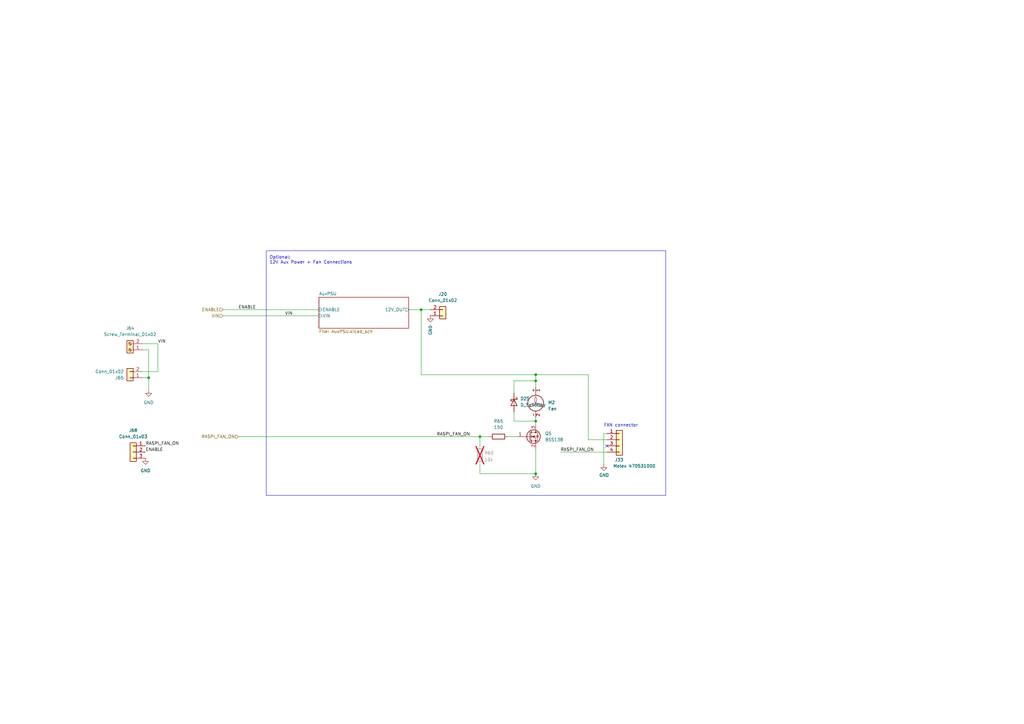
<source format=kicad_sch>
(kicad_sch (version 20231120) (generator "eeschema") (generator_version "8.0")
  (paper "A3")
  (lib_symbols
    (symbol "Connector:Screw_Terminal_01x02" (pin_names (offset 1.016) hide)
      (property "Reference" "J" (at 0 2.54 0))
      (property "Value" "Screw_Terminal_01x02" (at 0 -5.08 0))
      (symbol "Screw_Terminal_01x02_1_1"
        (rectangle (start -1.27 1.27) (end 1.27 -3.81) (stroke (width 0.254)) (fill (type background)))
        (circle (center 0 -2.54) (radius 0.635) (stroke (width 0.1524)))
        (polyline (pts (xy -0.5334 -2.2098) (xy 0.3302 -3.048)) (stroke (width 0.1524)))
        (polyline (pts (xy -0.5334 0.3302) (xy 0.3302 -0.508)) (stroke (width 0.1524)))
        (polyline (pts (xy -0.3556 -2.032) (xy 0.508 -2.8702)) (stroke (width 0.1524)))
        (polyline (pts (xy -0.3556 0.508) (xy 0.508 -0.3302)) (stroke (width 0.1524)))
        (circle (center 0 0) (radius 0.635) (stroke (width 0.1524)))
        (pin passive line (at -5.08 0 0) (length 3.81) (name "Pin_1") (number "1"))
        (pin passive line (at -5.08 -2.54 0) (length 3.81) (name "Pin_2") (number "2"))
      )
    )
    (symbol "Connector_Generic:Conn_01x02" (pin_names (offset 1.016) hide)
      (property "Reference" "J" (at 0 2.54 0))
      (property "Value" "Conn_01x02" (at 0 -5.08 0))
      (symbol "Conn_01x02_1_1"
        (rectangle (start -1.27 -2.413) (end 0 -2.667) (stroke (width 0.1524)))
        (rectangle (start -1.27 0.127) (end 0 -0.127) (stroke (width 0.1524)))
        (rectangle (start -1.27 1.27) (end 1.27 -3.81) (stroke (width 0.254)) (fill (type background)))
        (pin passive line (at -5.08 0 0) (length 3.81) (name "Pin_1") (number "1"))
        (pin passive line (at -5.08 -2.54 0) (length 3.81) (name "Pin_2") (number "2"))
      )
    )
    (symbol "Connector_Generic:Conn_01x03" (pin_names (offset 1.016) hide)
      (property "Reference" "J" (at 0 5.08 0))
      (property "Value" "Conn_01x03" (at 0 -5.08 0))
      (symbol "Conn_01x03_1_1"
        (rectangle (start -1.27 -2.413) (end 0 -2.667) (stroke (width 0.1524)))
        (rectangle (start -1.27 0.127) (end 0 -0.127) (stroke (width 0.1524)))
        (rectangle (start -1.27 2.667) (end 0 2.413) (stroke (width 0.1524)))
        (rectangle (start -1.27 3.81) (end 1.27 -3.81) (stroke (width 0.254)) (fill (type background)))
        (pin passive line (at -5.08 2.54 0) (length 3.81) (name "Pin_1") (number "1"))
        (pin passive line (at -5.08 0 0) (length 3.81) (name "Pin_2") (number "2"))
        (pin passive line (at -5.08 -2.54 0) (length 3.81) (name "Pin_3") (number "3"))
      )
    )
    (symbol "Connector_Generic:Conn_01x04" (pin_names hide)
      (property "Reference" "J" (at 0 5.08 0))
      (property "Value" "Conn_01x04" (at 0 -7.62 0))
      (symbol "Conn_01x04_1_1"
        (rectangle (start -1.27 -4.953) (end 0 -5.207))
        (rectangle (start -1.27 -2.413) (end 0 -2.667))
        (rectangle (start -1.27 0.127) (end 0 -0.127))
        (rectangle (start -1.27 2.667) (end 0 2.413))
        (rectangle (start -1.27 3.81) (end 1.27 -6.35) (stroke (width 0.254)) (fill (type background)))
        (pin passive line (at -5.08 2.54 0) (length 3.81) (name "Pin_1") (number "1"))
        (pin passive line (at -5.08 0 0) (length 3.81) (name "Pin_2") (number "2"))
        (pin passive line (at -5.08 -2.54 0) (length 3.81) (name "Pin_3") (number "3"))
        (pin passive line (at -5.08 -5.08 0) (length 3.81) (name "Pin_4") (number "4"))
      )
    )
    (symbol "Device:D_Schottky" (pin_numbers hide) (pin_names (offset 1.016) hide)
      (property "Reference" "D" (at 0 2.54 0))
      (property "Value" "D_Schottky" (at 0 -2.54 0))
      (symbol "D_Schottky_0_1"
        (polyline (pts (xy 1.27 0) (xy -1.27 0)))
        (polyline (pts (xy 1.27 1.27) (xy 1.27 -1.27) (xy -1.27 0) (xy 1.27 1.27)) (stroke (width 0.254)))
        (polyline (pts (xy -1.905 0.635) (xy -1.905 1.27) (xy -1.27 1.27) (xy -1.27 -1.27) (xy -0.635 -1.27) (xy -0.635 -0.635)) (stroke (width 0.254)))
      )
      (symbol "D_Schottky_1_1"
        (pin passive line (at -3.81 0 0) (length 2.54) (name "K") (number "1"))
        (pin passive line (at 3.81 0 180) (length 2.54) (name "A") (number "2"))
      )
    )
    (symbol "Device:R" (pin_numbers hide) (pin_names (offset 0))
      (property "Reference" "R" (at 2.032 0 90))
      (property "Value" "R" (at 0 0 90))
      (symbol "R_0_1"
        (rectangle (start -1.016 -2.54) (end 1.016 2.54) (stroke (width 0.254)))
      )
      (symbol "R_1_1"
        (pin passive line (at 0 3.81 270) (length 1.27) (name "~") (number "1"))
        (pin passive line (at 0 -3.81 90) (length 1.27) (name "~") (number "2"))
      )
    )
    (symbol "Motor:Fan" (pin_names (offset 0))
      (property "Reference" "M" (at 2.54 5.08 0))
      (property "Value" "Fan" (at 2.54 -2.54 0))
      (symbol "Fan_0_1"
        (arc (start -2.54 -0.508) (mid -0.0014 0.9048) (end 0 3.81))
        (polyline (pts (xy 0 -5.08) (xy 0 -4.572)))
        (polyline (pts (xy 0 -2.2352) (xy 0 -2.6416)))
        (polyline (pts (xy 0 4.2672) (xy 0 4.6228)))
        (polyline (pts (xy 0 4.572) (xy 0 5.08)))
        (circle (center 0 1.016) (radius 3.2512) (stroke (width 0.254)))
        (arc (start 0 3.81) (mid 0.0468 0.9315) (end 2.54 -0.508))
        (arc (start 2.54 -0.508) (mid 0 1.0618) (end -2.54 -0.508))
      )
      (symbol "Fan_1_1"
        (pin passive line (at 0 7.62 270) (length 2.54) (name "+") (number "1"))
        (pin passive line (at 0 -5.08 90) (length 2.54) (name "-") (number "2"))
      )
    )
    (symbol "Transistor_FET:BSS138" (pin_names hide)
      (property "Reference" "Q" (at 5.08 1.905 0))
      (property "Value" "BSS138" (at 5.08 0 0))
      (symbol "BSS138_0_1"
        (polyline (pts (xy 0.254 0) (xy -2.54 0)))
        (polyline (pts (xy 0.254 1.905) (xy 0.254 -1.905)) (stroke (width 0.254)))
        (polyline (pts (xy 0.762 -1.27) (xy 0.762 -2.286)) (stroke (width 0.254)))
        (polyline (pts (xy 0.762 0.508) (xy 0.762 -0.508)) (stroke (width 0.254)))
        (polyline (pts (xy 0.762 2.286) (xy 0.762 1.27)) (stroke (width 0.254)))
        (polyline (pts (xy 2.54 2.54) (xy 2.54 1.778)))
        (polyline (pts (xy 2.54 -2.54) (xy 2.54 0) (xy 0.762 0)))
        (polyline (pts (xy 0.762 -1.778) (xy 3.302 -1.778) (xy 3.302 1.778) (xy 0.762 1.778)))
        (polyline (pts (xy 1.016 0) (xy 2.032 0.381) (xy 2.032 -0.381) (xy 1.016 0)) (fill (type outline)))
        (polyline (pts (xy 2.794 0.508) (xy 2.921 0.381) (xy 3.683 0.381) (xy 3.81 0.254)))
        (polyline (pts (xy 3.302 0.381) (xy 2.921 -0.254) (xy 3.683 -0.254) (xy 3.302 0.381)))
        (circle (center 1.651 0) (radius 2.794) (stroke (width 0.254)))
        (circle (center 2.54 -1.778) (radius 0.254) (fill (type outline)))
        (circle (center 2.54 1.778) (radius 0.254) (fill (type outline)))
      )
      (symbol "BSS138_1_1"
        (pin input line (at -5.08 0 0) (length 2.54) (name "G") (number "1"))
        (pin passive line (at 2.54 -5.08 90) (length 2.54) (name "S") (number "2"))
        (pin passive line (at 2.54 5.08 270) (length 2.54) (name "D") (number "3"))
      )
    )
    (symbol "power:GND" (power) (pin_numbers hide) (pin_names (offset 0) hide)
      (property "Value" "GND" (at 0 -3.81 0))
      (symbol "GND_0_1"
        (polyline (pts (xy 0 0) (xy 0 -1.27) (xy 1.27 -1.27) (xy 0 -2.54) (xy -1.27 -1.27) (xy 0 -1.27)))
      )
      (symbol "GND_1_1"
        (pin power_in line (at 0 0 270) (length 0) (name "~") (number "1"))
      )
    )
  )
  (junction (at 196.85 179.07))
  (junction (at 172.72 127))
  (junction (at 219.71 153.67))
  (junction (at 60.96 154.94))
  (junction (at 219.71 156.21))
  (junction (at 219.71 194.31))
  (junction (at 219.71 172.72))
  (no_connect (at 248.92 182.88))
  (wire (pts (xy 196.85 190.5) (xy 196.85 194.31)))
  (wire (pts (xy 229.87 185.42) (xy 248.92 185.42)))
  (wire (pts (xy 248.92 180.34) (xy 241.3 180.34)))
  (wire (pts (xy 241.3 153.67) (xy 241.3 180.34)))
  (wire (pts (xy 219.71 153.67) (xy 241.3 153.67)))
  (wire (pts (xy 248.92 177.8) (xy 247.65 177.8)))
  (wire (pts (xy 172.72 127) (xy 176.53 127)))
  (wire (pts (xy 64.77 140.97) (xy 64.77 152.4)))
  (wire (pts (xy 97.79 179.07) (xy 196.85 179.07)))
  (wire (pts (xy 219.71 156.21) (xy 219.71 158.75)))
  (wire (pts (xy 58.42 154.94) (xy 60.96 154.94)))
  (wire (pts (xy 219.71 172.72) (xy 219.71 173.99)))
  (wire (pts (xy 210.82 168.91) (xy 210.82 172.72)))
  (wire (pts (xy 167.64 127) (xy 172.72 127)))
  (wire (pts (xy 210.82 161.29) (xy 210.82 156.21)))
  (wire (pts (xy 219.71 153.67) (xy 172.72 153.67)))
  (wire (pts (xy 208.28 179.07) (xy 212.09 179.07)))
  (wire (pts (xy 219.71 194.31) (xy 219.71 184.15)))
  (wire (pts (xy 172.72 153.67) (xy 172.72 127)))
  (wire (pts (xy 219.71 171.45) (xy 219.71 172.72)))
  (wire (pts (xy 64.77 152.4) (xy 58.42 152.4)))
  (wire (pts (xy 60.96 154.94) (xy 60.96 160.02)))
  (wire (pts (xy 91.44 127) (xy 130.81 127)))
  (wire (pts (xy 60.96 143.51) (xy 60.96 154.94)))
  (wire (pts (xy 58.42 143.51) (xy 60.96 143.51)))
  (wire (pts (xy 91.44 129.54) (xy 130.81 129.54)))
  (wire (pts (xy 210.82 172.72) (xy 219.71 172.72)))
  (wire (pts (xy 196.85 179.07) (xy 200.66 179.07)))
  (wire (pts (xy 219.71 153.67) (xy 219.71 156.21)))
  (wire (pts (xy 210.82 156.21) (xy 219.71 156.21)))
  (wire (pts (xy 196.85 182.88) (xy 196.85 179.07)))
  (wire (pts (xy 58.42 140.97) (xy 64.77 140.97)))
  (wire (pts (xy 247.65 177.8) (xy 247.65 190.5)))
  (wire (pts (xy 196.85 194.31) (xy 219.71 194.31)))
  (rectangle (start 109.22 102.87) (end 273.05 203.2))
  (text "FAN connector\n" (at 247.65 175.26 0) (effects (font (size 1.27 1.27)) (justify left bottom)))
  (text "Optional:\n12V Aux Power + Fan Connections" (at 110.49 106.68 0) (effects (font (size 1.27 1.27)) (justify left)))
  (label "RASPI_FAN_ON" (at 179.07 179.07 0))
  (label "VIN" (at 64.77 140.97 0))
  (label "ENABLE" (at 59.69 185.42 0))
  (label "RASPI_FAN_ON" (at 229.87 185.42 0))
  (label "RASPI_FAN_ON" (at 59.69 182.88 0))
  (label "ENABLE" (at 97.79 127 0))
  (label "VIN" (at 116.84 129.54 0))
  (hierarchical_label "VIN" (shape input) (at 91.44 129.54 180))
  (hierarchical_label "ENABLE" (shape input) (at 91.44 127 180))
  (hierarchical_label "RASPI_FAN_ON" (shape input) (at 97.79 179.07 180))
  (symbol (lib_id "Device:R") (at 196.85 186.69 180) (unit 1) (dnp yes)
    (property "Reference" "R60" (at 198.628 185.7815 0) (effects (justify right)))
    (property "Value" "10k" (at 198.628 188.5566 0) (effects (justify right)))
    (property "Footprint" "Resistor_SMD:R_0805_2012Metric_Pad1.20x1.40mm_HandSolder" (effects (hide yes)))
    (property "Digikey" "738-RMCF0805FG10K0CT-ND" (effects (hide yes)))
    (property "Part Number" "RMCF0805FG10K0" (effects (hide yes)))
    (property "Stock_PN" "R-805-10K-.125W-1%" (effects (hide yes)))
    (property "JLC" "C17414" (effects (hide yes)))
  )
  (symbol (lib_id "Connector:Screw_Terminal_01x02") (at 53.34 143.51 180) (unit 1)
    (property "Reference" "J64" (at 53.34 134.62 0))
    (property "Value" "Screw_Terminal_01x02" (at 53.34 137.16 0))
    (property "Footprint" "TerminalBlock_Phoenix:TerminalBlock_Phoenix_MKDS-1,5-2-5.08_1x02_P5.08mm_Horizontal" (effects (hide yes)))
    (property "Description" "Generic screw terminal, single row, 01x02, script generated (kicad-library-utils/schlib/autogen/connector/)" (effects (hide yes)))
  )
  (symbol (lib_id "power:GND") (at 219.71 194.31 0) (unit 1)
    (property "Reference" "#PWR0153" (effects (hide yes)))
    (property "Value" "GND" (at 219.71 199.39 0))
  )
  (symbol (lib_id "Connector_Generic:Conn_01x02") (at 53.34 154.94 180) (unit 1)
    (property "Reference" "J65" (at 50.8 154.9401 0) (effects (justify left)))
    (property "Value" "Conn_01x02" (at 50.8 152.4001 0) (effects (justify left)))
    (property "Footprint" "Connector_AMASS:AMASS_XT30UPB-M_1x02_P5.0mm_Vertical" (effects (hide yes)))
    (property "Description" "Generic connector, single row, 01x02, script generated (kicad-library-utils/schlib/autogen/connector/)" (effects (hide yes)))
  )
  (symbol (lib_id "Connector_Generic:Conn_01x02") (at 181.61 129.54 0) (mirror x) (unit 1)
    (property "Reference" "J20" (at 181.61 120.65 0))
    (property "Value" "Conn_01x02" (at 181.61 123.19 0))
    (property "Footprint" "Connector_AMASS:AMASS_XT60-F_1x02_P7.20mm_Vertical" (effects (hide yes)))
    (property "Description" "Generic connector, single row, 01x02, script generated (kicad-library-utils/schlib/autogen/connector/)" (effects (hide yes)))
    (property "JLC" "C98734" (effects (hide yes)))
  )
  (symbol (lib_id "Device:R") (at 204.47 179.07 90) (unit 1)
    (property "Reference" "R65" (at 204.47 172.72 90))
    (property "Value" "150" (at 204.47 175.26 90))
    (property "Footprint" "Resistor_SMD:R_0805_2012Metric_Pad1.20x1.40mm_HandSolder" (effects (hide yes)))
    (property "Stock_PN" "R-805-150-.125W-1%" (effects (hide yes)))
    (property "Digikey" "311-150CRCT-ND" (effects (hide yes)))
    (property "Part Number" "RC0805FR-07150RL" (effects (hide yes)))
    (property "JLC" "C17471" (effects (hide yes)))
  )
  (symbol (lib_id "power:GND") (at 247.65 190.5 0) (unit 1)
    (property "Reference" "#PWR0154" (effects (hide yes)))
    (property "Value" "GND" (at 247.777 194.8942 0))
  )
  (symbol (lib_id "Connector_Generic:Conn_01x04") (at 254 180.34 0) (unit 1)
    (property "Reference" "J33" (at 252.095 188.595 0) (effects (justify left)))
    (property "Value" "Molex 470531000" (at 251.46 191.135 0) (effects (justify left)))
    (property "Footprint" "Connector:FanPinHeader_1x04_P2.54mm_Vertical" (effects (hide yes)))
    (property "Datasheet" "https://www.molex.com/pdm_docs/sd/470531000_sd.pdf" (effects (hide yes)))
    (property "Field4" "Farnell" (effects (hide yes)))
    (property "Field5" "	2313705" (effects (hide yes)))
    (property "Field6" "470531000" (effects (hide yes)))
    (property "Field7" "Molex" (effects (hide yes)))
    (property "Part Description" "	Connector Header Through Hole 4 position 0.100\" (2.54mm)" (effects (hide yes)))
    (property "JLC" "C240840" (effects (hide yes)))
  )
  (symbol (lib_id "Device:D_Schottky") (at 210.82 165.1 270) (unit 1)
    (property "Reference" "D25" (at 213.36 163.5124 90) (effects (justify left)))
    (property "Value" "D_Schottky" (at 213.36 166.0524 90) (effects (justify left)))
    (property "Footprint" "Diode_SMD:D_SOD-123F" (effects (hide yes)))
    (property "Part Number" "AS160-M" (effects (hide yes)))
    (property "Stock_PN" "D-AS160-M" (effects (hide yes)))
    (property "Digikey" "3757-SS0520_R1_00001CT-ND" (effects (hide yes)))
    (property "JLC" "C8598" (effects (hide yes)))
  )
  (symbol (lib_id "power:GND") (at 176.53 129.54 0) (mirror y) (unit 1)
    (property "Reference" "#PWR0126" (effects (hide yes)))
    (property "Value" "GND" (at 176.5301 133.35 90) (effects (justify right)))
    (property "Description" "Power symbol creates a global label with name \"GND\" , ground" (effects (hide yes)))
  )
  (symbol (lib_id "power:GND") (at 60.96 160.02 0) (unit 1)
    (property "Reference" "#PWR0181" (effects (hide yes)))
    (property "Value" "GND" (at 60.96 165.1 0))
    (property "Description" "Power symbol creates a global label with name \"GND\" , ground" (effects (hide yes)))
  )
  (symbol (lib_id "Transistor_FET:BSS138") (at 217.17 179.07 0) (unit 1)
    (property "Reference" "Q5" (at 223.52 177.7999 0) (effects (justify left)))
    (property "Value" "BSS138" (at 223.52 180.3399 0) (effects (justify left)))
    (property "Footprint" "Package_TO_SOT_SMD:SOT-23" (effects (hide yes)))
    (property "Datasheet" "https://www.onsemi.com/pub/Collateral/BSS138-D.PDF" (effects (hide yes)))
    (property "Part Number" "AP2300" (effects (hide yes)))
    (property "Stock_PN" "Q-AP2300" (effects (hide yes)))
    (property "Digikey" "BSS138K-13DICT-ND" (effects (hide yes)))
    (property "JLC" "C3040446" (effects (hide yes)))
  )
  (symbol (lib_id "Connector_Generic:Conn_01x03") (at 54.61 185.42 0) (mirror y) (unit 1)
    (property "Reference" "J68" (at 54.61 176.53 0))
    (property "Value" "Conn_01x03" (at 54.61 179.07 0))
    (property "Footprint" "Connector_PinSocket_2.54mm:PinSocket_1x03_P2.54mm_Vertical" (effects (hide yes)))
    (property "Description" "Generic connector, single row, 01x03, script generated (kicad-library-utils/schlib/autogen/connector/)" (effects (hide yes)))
  )
  (symbol (lib_id "power:GND") (at 59.69 187.96 0) (unit 1)
    (property "Reference" "#PWR0182" (effects (hide yes)))
    (property "Value" "GND" (at 59.69 193.04 0))
    (property "Description" "Power symbol creates a global label with name \"GND\" , ground" (effects (hide yes)))
  )
  (symbol (lib_id "Motor:Fan") (at 219.71 166.37 0) (unit 1)
    (property "Reference" "M2" (at 224.79 165.0999 0) (effects (justify left)))
    (property "Value" "Fan" (at 224.79 167.6399 0) (effects (justify left)))
    (property "Footprint" "Connector_PinHeader_2.54mm:PinHeader_1x02_P2.54mm_Vertical" (effects (hide yes)))
    (property "Part Number" "DZ254R-11-02-63" (effects (hide yes)))
    (property "Stock_PN" "J-TH-1x2-.1" (effects (hide yes)))
    (property "JLC" "C2935908" (effects (hide yes)))
  )
  (sheet (at 130.81 121.92) (size 36.83 12.7) (stroke (width 0.1524))
    (property "Sheetname" "AuxPSU" (at 130.81 121.2084 0) (effects (justify left bottom)))
    (property "Sheetfile" "AuxPSU.kicad_sch" (at 130.81 135.2046 0) (effects (justify left top)))
    (pin "12V_OUT" output (at 167.64 127 0))
    (pin "ENABLE" input (at 130.81 127 180))
    (pin "VIN" input (at 130.81 129.54 180))
  )
)
</source>
